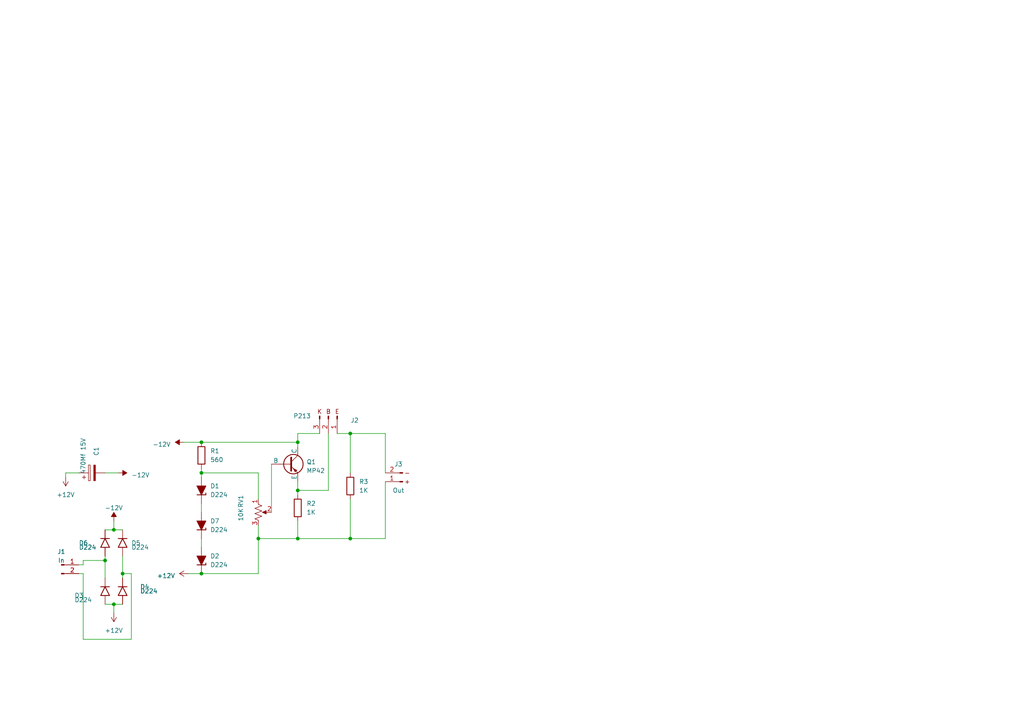
<source format=kicad_sch>
(kicad_sch (version 20231120) (generator "eeschema") (generator_version "8.0")
  (paper "A4")
  (lib_symbols
    (symbol "Conn_01x02_Pin_1" (pin_names (offset 1.016) hide)
      (property "Reference" "J3" (at 0 -3.81 0))
      (property "Value" "Out" (at 0 -1.27 0))
      (symbol "Conn_01x02_Pin_1_1_1"
        (polyline (pts (xy 1.27 -2.54) (xy 0.8636 -2.54)) (stroke (width 0.1524)))
        (polyline (pts (xy 1.27 0) (xy 0.8636 0)) (stroke (width 0.1524)))
        (rectangle (start 0.8636 -2.413) (end 0 -2.667) (stroke (width 0.1524)) (fill (type outline)))
        (rectangle (start 0.8636 0.127) (end 0 -0.127) (stroke (width 0.1524)) (fill (type outline)))
        (text "+" (at -1.27 0 0) (effects (font (size 1.27 1.27))))
        (text "-" (at -1.27 -2.54 0) (effects (font (size 1.27 1.27))))
        (pin passive line (at 5.08 0 180) (length 3.81) (name "Pin_1") (number "1"))
        (pin passive line (at 5.08 -2.54 180) (length 3.81) (name "Pin_2") (number "2"))
      )
    )
    (symbol "Connector:Conn_01x02_Pin" (pin_names (offset 1.016) hide)
      (property "Reference" "J1" (at 0 3.81 0))
      (property "Value" "In" (at 0 1.27 0))
      (symbol "Conn_01x02_Pin_1_1"
        (polyline (pts (xy 1.27 -2.54) (xy 0.8636 -2.54)) (stroke (width 0.1524)))
        (polyline (pts (xy 1.27 0) (xy 0.8636 0)) (stroke (width 0.1524)))
        (rectangle (start 0.8636 -2.413) (end 0 -2.667) (stroke (width 0.1524)) (fill (type outline)))
        (rectangle (start 0.8636 0.127) (end 0 -0.127) (stroke (width 0.1524)) (fill (type outline)))
        (pin passive line (at 5.08 0 180) (length 3.81) (name "Pin_1") (number "1"))
        (pin passive line (at 5.08 -2.54 180) (length 3.81) (name "Pin_2") (number "2"))
      )
    )
    (symbol "Connector:Conn_01x03_Pin" (pin_names (offset 1.016) hide)
      (property "Reference" "J2" (at 0 3.81 90))
      (property "Value" "P213" (at 0 1.27 90))
      (symbol "Conn_01x03_Pin_1_1"
        (polyline (pts (xy 1.27 -2.54) (xy 0.8636 -2.54)) (stroke (width 0.1524)))
        (polyline (pts (xy 1.27 0) (xy 0.8636 0)) (stroke (width 0.1524)))
        (polyline (pts (xy 1.27 2.54) (xy 0.8636 2.54)) (stroke (width 0.1524)))
        (rectangle (start 0.8636 -2.413) (end 0 -2.667) (stroke (width 0.1524)) (fill (type outline)))
        (rectangle (start 0.8636 0.127) (end 0 -0.127) (stroke (width 0.1524)) (fill (type outline)))
        (rectangle (start 0.8636 2.667) (end 0 2.413) (stroke (width 0.1524)) (fill (type outline)))
        (text "B" (at -1.27 0 900) (effects (font (size 1.27 1.27))))
        (text "E" (at -1.27 2.54 900) (effects (font (size 1.27 1.27))))
        (text "K" (at -1.27 -2.54 900) (effects (font (size 1.27 1.27))))
        (pin passive line (at 5.08 2.54 180) (length 3.81) (name "Pin_1") (number "1"))
        (pin passive line (at 5.08 0 180) (length 3.81) (name "Pin_2") (number "2"))
        (pin passive line (at 5.08 -2.54 180) (length 3.81) (name "Pin_3") (number "3"))
      )
    )
    (symbol "Device:C_Polarized" (pin_numbers hide) (pin_names (offset 0.254))
      (property "Reference" "C" (at 0.635 2.54 0))
      (property "Value" "C_Polarized" (at 0.635 -2.54 0))
      (symbol "C_Polarized_0_1"
        (rectangle (start -2.286 0.508) (end 2.286 1.016))
        (polyline (pts (xy -1.778 2.286) (xy -0.762 2.286)))
        (polyline (pts (xy -1.27 2.794) (xy -1.27 1.778)))
        (rectangle (start 2.286 -0.508) (end -2.286 -1.016) (fill (type outline)))
      )
      (symbol "C_Polarized_1_1"
        (pin passive line (at 0 3.81 270) (length 2.794) (name "~") (number "1"))
        (pin passive line (at 0 -3.81 90) (length 2.794) (name "~") (number "2"))
      )
    )
    (symbol "Device:R" (pin_numbers hide) (pin_names (offset 0))
      (property "Reference" "R" (at 2.032 0 90))
      (property "Value" "R" (at 0 0 90))
      (symbol "R_0_1"
        (rectangle (start -1.016 -2.54) (end 1.016 2.54) (stroke (width 0.254)))
      )
      (symbol "R_1_1"
        (pin passive line (at 0 3.81 270) (length 1.27) (name "~") (number "1"))
        (pin passive line (at 0 -3.81 90) (length 1.27) (name "~") (number "2"))
      )
    )
    (symbol "Device:R_Potentiometer_US" (pin_names (offset 1.016) hide)
      (property "Reference" "RV" (at -4.445 0 90))
      (property "Value" "R_Potentiometer_US" (at -2.54 0 90))
      (symbol "R_Potentiometer_US_0_1"
        (polyline (pts (xy 0 -2.286) (xy 0 -2.54)))
        (polyline (pts (xy 0 2.54) (xy 0 2.286)))
        (polyline (pts (xy 2.54 0) (xy 1.524 0)))
        (polyline (pts (xy 1.143 0) (xy 2.286 0.508) (xy 2.286 -0.508) (xy 1.143 0)) (fill (type outline)))
        (polyline (pts (xy 0 -0.762) (xy 1.016 -1.143) (xy 0 -1.524) (xy -1.016 -1.905) (xy 0 -2.286)))
        (polyline (pts (xy 0 0.762) (xy 1.016 0.381) (xy 0 0) (xy -1.016 -0.381) (xy 0 -0.762)))
        (polyline (pts (xy 0 2.286) (xy 1.016 1.905) (xy 0 1.524) (xy -1.016 1.143) (xy 0 0.762)))
      )
      (symbol "R_Potentiometer_US_1_1"
        (pin passive line (at 0 3.81 270) (length 1.27) (name "1") (number "1"))
        (pin passive line (at 3.81 0 180) (length 1.27) (name "2") (number "2"))
        (pin passive line (at 0 -3.81 90) (length 1.27) (name "3") (number "3"))
      )
    )
    (symbol "PCM_Diode_Zener_AKL:D_Zener_Generic" (pin_numbers hide) (pin_names (offset 1.016) hide)
      (property "Reference" "DZ" (at 0 5.08 0))
      (property "Value" "D_Zener_Generic" (at 0 2.54 0))
      (symbol "D_Zener_Generic_0_1"
        (polyline (pts (xy -1.27 0) (xy 1.27 0)))
        (polyline (pts (xy 1.27 1.27) (xy 0.762 1.27)) (stroke (width 0.254)))
        (polyline (pts (xy 1.27 1.27) (xy 1.27 -1.27)) (stroke (width 0.254)))
        (polyline (pts (xy -1.27 -1.27) (xy -1.27 1.27) (xy 1.27 0) (xy -1.27 -1.27)) (stroke (width 0.254)) (fill (type outline)))
      )
      (symbol "D_Zener_Generic_1_1"
        (pin passive line (at 3.81 0 180) (length 2.54) (name "K") (number "1"))
        (pin passive line (at -3.81 0 0) (length 2.54) (name "A") (number "2"))
      )
    )
    (symbol "Soviet:D2" (pin_numbers hide) (pin_names hide)
      (property "Reference" "D" (at 0 2.54 0))
      (property "Value" "D2" (at 0 -2.54 0))
      (symbol "D2_0_1"
        (polyline (pts (xy -1.27 1.27) (xy -1.27 -1.27)) (stroke (width 0.254)))
        (polyline (pts (xy 1.27 1.27) (xy 1.27 -1.27) (xy -1.27 0) (xy 1.27 1.27)) (stroke (width 0.254)))
      )
      (symbol "D2_1_1"
        (pin passive line (at -3.81 0 0) (length 2.54) (name "K") (number "1"))
        (pin passive line (at 3.81 0 180) (length 2.54) (name "A") (number "2"))
      )
    )
    (symbol "Soviet:MP42" (pin_numbers hide) (pin_names (offset 0))
      (property "Reference" "Q" (at -2.54 7.62 0))
      (property "Value" "MP42" (at -2.54 5.08 0))
      (symbol "MP42_0_1"
        (polyline (pts (xy -2.54 0) (xy 0.635 0)) (stroke (width 0.1524)))
        (polyline (pts (xy 0.635 0.635) (xy 2.54 2.54)))
        (polyline (pts (xy 0.635 -0.635) (xy 2.54 -2.54) (xy 2.54 -2.54)))
        (polyline (pts (xy 0.635 1.905) (xy 0.635 -1.905) (xy 0.635 -1.905)) (stroke (width 0.508)))
        (polyline (pts (xy 2.286 -1.778) (xy 1.778 -2.286) (xy 1.27 -1.27) (xy 2.286 -1.778) (xy 2.286 -1.778)) (fill (type outline)))
        (circle (center 1.27 0) (radius 2.8194) (stroke (width 0.254)))
      )
      (symbol "MP42_1_1"
        (pin open_collector line (at 2.54 5.08 270) (length 2.54) (name "C") (number "1"))
        (pin input line (at -5.08 0 0) (length 2.54) (name "B") (number "2"))
        (pin open_emitter line (at 2.54 -5.08 90) (length 2.54) (name "E") (number "3"))
      )
    )
    (symbol "power:+12V" (power) (pin_names (offset 0))
      (property "Value" "+12V" (at 0 3.556 0))
      (symbol "+12V_0_1"
        (polyline (pts (xy -0.762 1.27) (xy 0 2.54)))
        (polyline (pts (xy 0 0) (xy 0 2.54)))
        (polyline (pts (xy 0 2.54) (xy 0.762 1.27)))
      )
      (symbol "+12V_1_1"
        (pin power_in line (at 0 0 90) (length 0) hide (name "+12V") (number "1"))
      )
    )
    (symbol "power:-12V" (power) (pin_names (offset 0))
      (property "Value" "-12V" (at 0 3.81 0))
      (symbol "-12V_0_0"
        (pin power_in line (at 0 0 90) (length 0) hide (name "-12V") (number "1"))
      )
      (symbol "-12V_0_1"
        (polyline (pts (xy 0 0) (xy 0 1.27) (xy 0.762 1.27) (xy 0 2.54) (xy -0.762 1.27) (xy 0 1.27)) (fill (type outline)))
      )
    )
  )
  (junction (at 58.42 166.37))
  (junction (at 86.36 156.21))
  (junction (at 33.02 175.26))
  (junction (at 58.42 128.27))
  (junction (at 101.6 125.73))
  (junction (at 86.36 128.27))
  (junction (at 35.56 166.37))
  (junction (at 30.48 162.56))
  (junction (at 86.36 142.24))
  (junction (at 74.93 156.21))
  (junction (at 58.42 137.16))
  (junction (at 33.02 153.67))
  (junction (at 101.6 156.21))
  (wire (pts (xy 86.36 142.24) (xy 86.36 143.51)))
  (wire (pts (xy 19.05 137.16) (xy 22.86 137.16)))
  (wire (pts (xy 58.42 156.21) (xy 58.42 158.75)))
  (wire (pts (xy 54.61 166.37) (xy 58.42 166.37)))
  (wire (pts (xy 24.13 162.56) (xy 24.13 163.83)))
  (wire (pts (xy 38.1 185.42) (xy 38.1 166.37)))
  (wire (pts (xy 24.13 162.56) (xy 30.48 162.56)))
  (wire (pts (xy 95.25 125.73) (xy 95.25 142.24)))
  (wire (pts (xy 86.36 156.21) (xy 74.93 156.21)))
  (wire (pts (xy 33.02 175.26) (xy 33.02 177.8)))
  (wire (pts (xy 74.93 137.16) (xy 58.42 137.16)))
  (wire (pts (xy 101.6 144.78) (xy 101.6 156.21)))
  (wire (pts (xy 24.13 163.83) (xy 22.86 163.83)))
  (wire (pts (xy 38.1 166.37) (xy 35.56 166.37)))
  (wire (pts (xy 58.42 137.16) (xy 58.42 138.43)))
  (wire (pts (xy 35.56 166.37) (xy 35.56 167.64)))
  (wire (pts (xy 92.71 125.73) (xy 86.36 125.73)))
  (wire (pts (xy 30.48 162.56) (xy 30.48 167.64)))
  (wire (pts (xy 101.6 156.21) (xy 86.36 156.21)))
  (wire (pts (xy 30.48 162.56) (xy 30.48 161.29)))
  (wire (pts (xy 53.34 128.27) (xy 58.42 128.27)))
  (wire (pts (xy 86.36 125.73) (xy 86.36 128.27)))
  (wire (pts (xy 58.42 146.05) (xy 58.42 148.59)))
  (wire (pts (xy 86.36 139.7) (xy 86.36 142.24)))
  (wire (pts (xy 33.02 151.13) (xy 33.02 153.67)))
  (wire (pts (xy 74.93 156.21) (xy 74.93 166.37)))
  (wire (pts (xy 86.36 151.13) (xy 86.36 156.21)))
  (wire (pts (xy 111.76 125.73) (xy 101.6 125.73)))
  (wire (pts (xy 95.25 142.24) (xy 86.36 142.24)))
  (wire (pts (xy 24.13 166.37) (xy 22.86 166.37)))
  (wire (pts (xy 58.42 128.27) (xy 86.36 128.27)))
  (wire (pts (xy 111.76 137.16) (xy 111.76 125.73)))
  (wire (pts (xy 101.6 137.16) (xy 101.6 125.73)))
  (wire (pts (xy 58.42 166.37) (xy 74.93 166.37)))
  (wire (pts (xy 58.42 135.89) (xy 58.42 137.16)))
  (wire (pts (xy 111.76 139.7) (xy 111.76 156.21)))
  (wire (pts (xy 24.13 166.37) (xy 24.13 185.42)))
  (wire (pts (xy 101.6 125.73) (xy 97.79 125.73)))
  (wire (pts (xy 24.13 185.42) (xy 38.1 185.42)))
  (wire (pts (xy 35.56 161.29) (xy 35.56 166.37)))
  (wire (pts (xy 74.93 152.4) (xy 74.93 156.21)))
  (wire (pts (xy 30.48 153.67) (xy 33.02 153.67)))
  (wire (pts (xy 30.48 175.26) (xy 33.02 175.26)))
  (wire (pts (xy 74.93 144.78) (xy 74.93 137.16)))
  (wire (pts (xy 19.05 138.43) (xy 19.05 137.16)))
  (wire (pts (xy 78.74 134.62) (xy 78.74 148.59)))
  (wire (pts (xy 30.48 137.16) (xy 34.29 137.16)))
  (wire (pts (xy 111.76 156.21) (xy 101.6 156.21)))
  (wire (pts (xy 33.02 175.26) (xy 35.56 175.26)))
  (wire (pts (xy 86.36 129.54) (xy 86.36 128.27)))
  (wire (pts (xy 33.02 153.67) (xy 35.56 153.67)))
  (symbol (lib_id "power:-12V") (at 33.02 151.13 0) (unit 1)
    (property "Reference" "#PWR02" (effects (hide yes)))
    (property "Value" "-12V" (at 33.02 147.32 0))
  )
  (symbol (lib_id "power:+12V") (at 54.61 166.37 90) (unit 1)
    (property "Reference" "#PWR04" (effects (hide yes)))
    (property "Value" "+12V" (at 50.8 167.005 90) (effects (justify left)))
  )
  (symbol (lib_id "Connector:Conn_01x03_Pin") (at 95.25 120.65 270) (unit 1)
    (property "Reference" "J2" (at 102.87 121.92 90))
    (property "Value" "P213" (at 87.63 120.65 90))
    (property "Footprint" "Connector_PinSocket_2.54mm:PinSocket_1x03_P2.54mm_Vertical" (effects (hide yes)))
  )
  (symbol (lib_id "power:-12V") (at 53.34 128.27 90) (unit 1)
    (property "Reference" "#PWR03" (effects (hide yes)))
    (property "Value" "-12V" (at 49.53 128.905 90) (effects (justify left)))
  )
  (symbol (lib_id "Soviet:D2") (at 30.48 157.48 270) (unit 1)
    (property "Reference" "D6" (at 22.86 157.48 90) (effects (justify left)))
    (property "Value" "D224" (at 22.86 158.75 90) (effects (justify left)))
    (property "Footprint" "Soviet:D2" (effects (hide yes)))
    (property "Datasheet" "http://www.155la3.ru/d2.htm" (effects (hide yes)))
    (property "Sim.Device" "D" (effects (hide yes)))
    (property "Sim.Pins" "1=K 2=A" (effects (hide yes)))
  )
  (symbol (lib_id "Soviet:MP42") (at 83.82 134.62 0) (unit 1)
    (property "Reference" "Q1" (at 88.9 133.985 0) (effects (justify left)))
    (property "Value" "MP42" (at 88.9 136.525 0) (effects (justify left)))
    (property "Footprint" "Soviet:Soviet-MP38" (effects (hide yes)))
    (property "Datasheet" "https://eandc.ru/catalog/detail.php?ID=12290" (effects (hide yes)))
    (property "Sim.Device" "PNP" (effects (hide yes)))
    (property "Sim.Type" "GUMMELPOON" (effects (hide yes)))
    (property "Sim.Pins" "1=C 2=B 3=E" (effects (hide yes)))
  )
  (symbol (lib_id "Soviet:D2") (at 30.48 171.45 270) (unit 1)
    (property "Reference" "D3" (at 21.59 172.72 90) (effects (justify left)))
    (property "Value" "D224" (at 21.59 173.99 90) (effects (justify left)))
    (property "Footprint" "Soviet:D2" (effects (hide yes)))
    (property "Datasheet" "http://www.155la3.ru/d2.htm" (effects (hide yes)))
    (property "Sim.Device" "D" (effects (hide yes)))
    (property "Sim.Pins" "1=K 2=A" (effects (hide yes)))
  )
  (symbol (lib_id "PCM_Diode_Zener_AKL:D_Zener_Generic") (at 58.42 162.56 270) (unit 1)
    (property "Reference" "D2" (at 60.96 161.2899 90) (effects (justify left)))
    (property "Value" "D224" (at 60.96 163.8299 90) (effects (justify left)))
    (property "Footprint" "Soviet:D9" (effects (hide yes)))
    (property "Description" "Zener diode, generic symbol, Alternate KiCAD Library" (effects (hide yes)))
    (property "Sim.Device" "D" (effects (hide yes)))
    (property "Sim.Pins" "1=A 2=K" (effects (hide yes)))
  )
  (symbol (lib_id "PCM_Diode_Zener_AKL:D_Zener_Generic") (at 58.42 152.4 270) (unit 1)
    (property "Reference" "D7" (at 60.96 151.1299 90) (effects (justify left)))
    (property "Value" "D224" (at 60.96 153.6699 90) (effects (justify left)))
    (property "Footprint" "Soviet:D9" (effects (hide yes)))
    (property "Description" "Zener diode, generic symbol, Alternate KiCAD Library" (effects (hide yes)))
    (property "Sim.Device" "D" (effects (hide yes)))
    (property "Sim.Pins" "1=A 2=K" (effects (hide yes)))
  )
  (symbol (lib_id "Device:R") (at 58.42 132.08 180) (unit 1)
    (property "Reference" "R1" (at 60.96 130.81 0) (effects (justify right)))
    (property "Value" "560" (at 60.96 133.35 0) (effects (justify right)))
    (property "Footprint" "Resistor_THT:R_Axial_DIN0207_L6.3mm_D2.5mm_P10.16mm_Horizontal" (effects (hide yes)))
  )
  (symbol (lib_id "Device:C_Polarized") (at 26.67 137.16 90) (unit 1)
    (property "Reference" "C1" (at 27.94 129.54 0) (effects (justify right)))
    (property "Value" "470Mf 15V" (at 24.13 127 0) (effects (justify right)))
    (property "Footprint" "Capacitor_THT:CP_Radial_D10.0mm_P3.80mm" (effects (hide yes)))
  )
  (symbol (lib_id "Device:R_Potentiometer_US") (at 74.93 148.59 0) (unit 1)
    (property "Reference" "RV1" (at 69.85 143.51 90) (effects (justify right)))
    (property "Value" "10K" (at 69.85 147.32 90) (effects (justify right)))
    (property "Footprint" "Potentiometer_THT:Potentiometer_Bourns_3296W_Vertical" (effects (hide yes)))
  )
  (symbol (lib_id "power:+12V") (at 33.02 177.8 180) (unit 1)
    (property "Reference" "#PWR01" (effects (hide yes)))
    (property "Value" "+12V" (at 33.02 182.88 0))
  )
  (symbol (lib_id "power:+12V") (at 19.05 138.43 180) (unit 1)
    (property "Reference" "#PWR06" (effects (hide yes)))
    (property "Value" "+12V" (at 19.05 143.51 0))
  )
  (symbol (lib_id "Device:R") (at 101.6 140.97 180) (unit 1)
    (property "Reference" "R3" (at 104.14 139.7 0) (effects (justify right)))
    (property "Value" "1K" (at 104.14 142.24 0) (effects (justify right)))
    (property "Footprint" "Resistor_THT:R_Axial_DIN0207_L6.3mm_D2.5mm_P10.16mm_Horizontal" (effects (hide yes)))
  )
  (symbol (lib_id "PCM_Diode_Zener_AKL:D_Zener_Generic") (at 58.42 142.24 270) (unit 1)
    (property "Reference" "D1" (at 60.96 140.9699 90) (effects (justify left)))
    (property "Value" "D224" (at 60.96 143.5099 90) (effects (justify left)))
    (property "Footprint" "Soviet:D9" (effects (hide yes)))
    (property "Description" "Zener diode, generic symbol, Alternate KiCAD Library" (effects (hide yes)))
    (property "Sim.Device" "D" (effects (hide yes)))
    (property "Sim.Pins" "1=A 2=K" (effects (hide yes)))
  )
  (symbol (lib_name "Conn_01x02_Pin_1") (lib_id "Connector:Conn_01x02_Pin") (at 116.84 139.7 180) (unit 1)
    (property "Reference" "J3" (at 115.57 134.62 0))
    (property "Value" "Out" (at 115.57 142.24 0))
    (property "Footprint" "Connector_PinSocket_2.54mm:PinSocket_1x02_P2.54mm_Vertical" (effects (hide yes)))
  )
  (symbol (lib_id "power:-12V") (at 34.29 137.16 270) (unit 1)
    (property "Reference" "#PWR05" (effects (hide yes)))
    (property "Value" "-12V" (at 38.1 137.795 90) (effects (justify left)))
  )
  (symbol (lib_id "Soviet:D2") (at 35.56 157.48 270) (unit 1)
    (property "Reference" "D5" (at 38.1 157.48 90) (effects (justify left)))
    (property "Value" "D224" (at 38.1 158.75 90) (effects (justify left)))
    (property "Footprint" "Soviet:D2" (effects (hide yes)))
    (property "Datasheet" "http://www.155la3.ru/d2.htm" (effects (hide yes)))
    (property "Sim.Device" "D" (effects (hide yes)))
    (property "Sim.Pins" "1=K 2=A" (effects (hide yes)))
  )
  (symbol (lib_id "Device:R") (at 86.36 147.32 180) (unit 1)
    (property "Reference" "R2" (at 88.9 146.05 0) (effects (justify right)))
    (property "Value" "1K" (at 88.9 148.59 0) (effects (justify right)))
    (property "Footprint" "Resistor_THT:R_Axial_DIN0207_L6.3mm_D2.5mm_P10.16mm_Horizontal" (effects (hide yes)))
  )
  (symbol (lib_id "Connector:Conn_01x02_Pin") (at 17.78 163.83 0) (unit 1)
    (property "Reference" "J1" (at 17.78 160.02 0))
    (property "Value" "In" (at 17.78 162.56 0))
    (property "Footprint" "Connector_PinSocket_2.54mm:PinSocket_1x02_P2.54mm_Vertical" (effects (hide yes)))
  )
  (symbol (lib_id "Soviet:D2") (at 35.56 171.45 270) (unit 1)
    (property "Reference" "D4" (at 40.64 170.18 90) (effects (justify left)))
    (property "Value" "D224" (at 40.64 171.45 90) (effects (justify left)))
    (property "Footprint" "Soviet:D2" (effects (hide yes)))
    (property "Datasheet" "http://www.155la3.ru/d2.htm" (effects (hide yes)))
    (property "Sim.Device" "D" (effects (hide yes)))
    (property "Sim.Pins" "1=K 2=A" (effects (hide yes)))
  )
)
</source>
